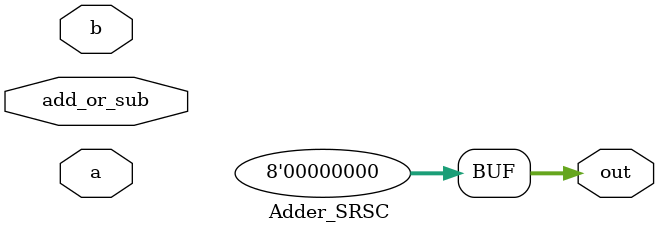
<source format=v>
module Adder_SRSC(
    input [7:0] a,
    input [15:0] b,
    
    input add_or_sub,

    output [7:0] out
    );
    
    wire [7:0] sum;
    
    assign sum = add_or_sub ? (a + b) : (a - b);
    assign out = sum >> 8;
    
endmodule

</source>
